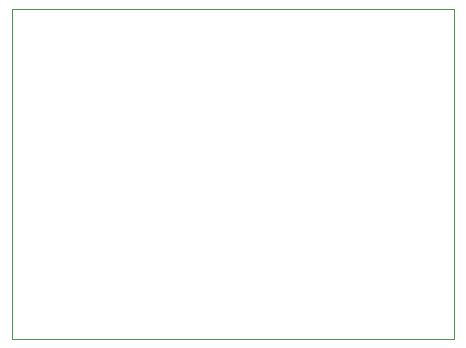
<source format=gbr>
G04 #@! TF.GenerationSoftware,KiCad,Pcbnew,5.1.10-88a1d61d58~88~ubuntu16.04.1*
G04 #@! TF.CreationDate,2021-05-12T14:17:30+02:00*
G04 #@! TF.ProjectId,alps-adapter,616c7073-2d61-4646-9170-7465722e6b69,rev?*
G04 #@! TF.SameCoordinates,Original*
G04 #@! TF.FileFunction,Profile,NP*
%FSLAX46Y46*%
G04 Gerber Fmt 4.6, Leading zero omitted, Abs format (unit mm)*
G04 Created by KiCad (PCBNEW 5.1.10-88a1d61d58~88~ubuntu16.04.1) date 2021-05-12 14:17:30*
%MOMM*%
%LPD*%
G01*
G04 APERTURE LIST*
G04 #@! TA.AperFunction,Profile*
%ADD10C,0.100000*%
G04 #@! TD*
G04 APERTURE END LIST*
D10*
X204470000Y-80645000D02*
X204470000Y-108585000D01*
X167005000Y-80645000D02*
X204470000Y-80645000D01*
X167005000Y-108585000D02*
X167005000Y-80645000D01*
X204470000Y-108585000D02*
X167005000Y-108585000D01*
M02*

</source>
